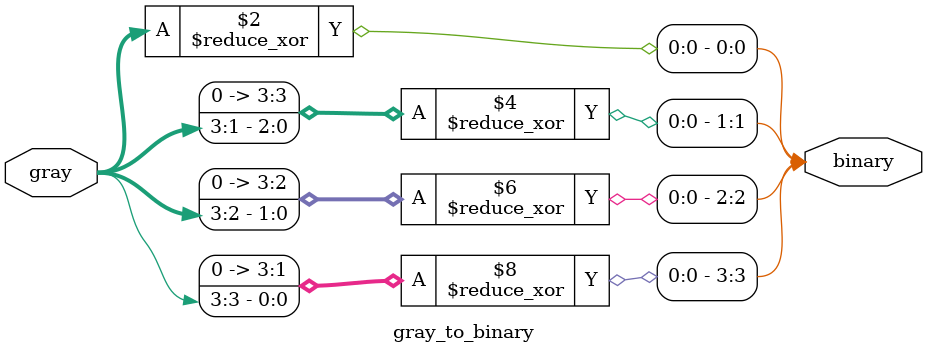
<source format=v>
module gray_to_binary(input [size-1:0] gray,output [size-1:0] binary);
  parameter size=4;
  genvar i;
  generate 
    for(i=0;i<4;i++)
      assign binary[i]= ^(gray>>i);
  endgenerate
endmodule
//or
/*assign binary[3]=gray[3]^gray[2]^gray[1]^gray[0];
assign binary[2]=gray[3]^gray[2]^gray[1];
assign binary[1]=gray[3]^gray[2];
assign binary[0]=gray[3];*/
//dataflow modeling
</source>
